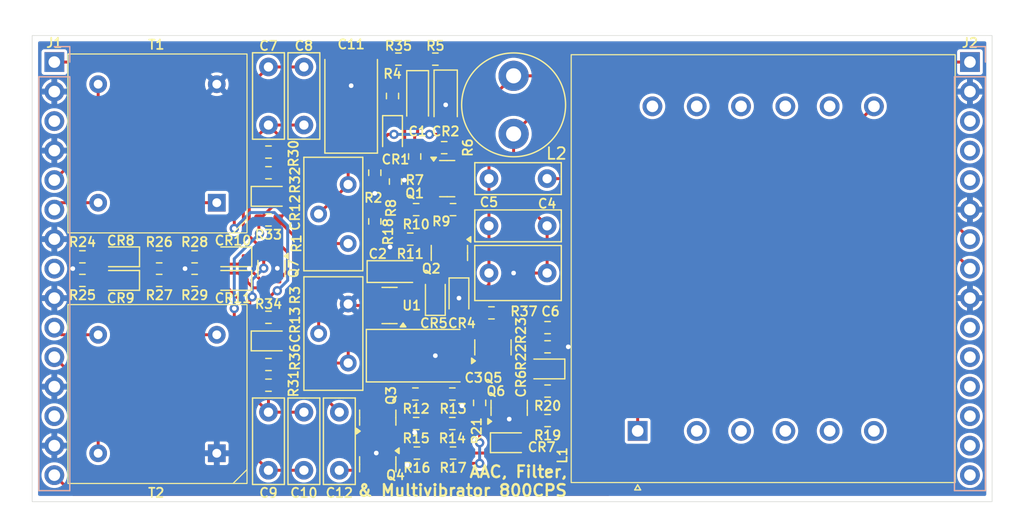
<source format=kicad_pcb>
(kicad_pcb (version 20241229) (generator "pcbnew") (generator_version "9.0")
  (layers (0 "F.Cu" signal) (2 "B.Cu" signal) (13 "F.Paste" user) (15 "B.Paste" user) (5 "F.SilkS" user "F.Silkscreen") (7 "B.SilkS" user "B.Silkscreen") (1 "F.Mask" user) (3 "B.Mask" user) (25 "Edge.Cuts" user))
  (net 0 "")
  (net 1 "Net-(CR1-K)")
  (net 2 "Net-(CR1-A)")
  (net 3 "GND")
  (net 4 "Net-(CR4-K)")
  (net 5 "Net-(CR5-K)")
  (net 6 "Net-(CR6-K)")
  (net 7 "Net-(CR6-A)")
  (net 8 "Net-(CR7-K)")
  (net 9 "Net-(CR8-K)")
  (net 10 "Net-(CR8-A)")
  (net 11 "Net-(CR9-A)")
  (net 12 "Net-(CR9-K)")
  (net 13 "Net-(CR10-A)")
  (net 14 "Net-(CR10-K)")
  (net 15 "Net-(CR11-A)")
  (net 16 "Net-(CR11-K)")
  (net 17 "Net-(CR12-A)")
  (net 18 "Net-(CR12-K)")
  (net 19 "Net-(CR13-A)")
  (net 20 "Net-(CR13-K)")
  (net 21 "Net-(Q1-E)")
  (net 22 "Net-(Q1-C)")
  (net 23 "Net-(Q1-B)")
  (net 24 "Net-(Q2-E)")
  (net 25 "Net-(Q3-E)")
  (net 26 "Net-(Q4-B)")
  (net 27 "Net-(Q4-C)")
  (net 28 "Net-(CR2-K)")
  (net 29 "Net-(U1-REF)")
  (net 30 "Net-(C12-Pad2)")
  (net 31 "Net-(C11-Pad1)")
  (net 32 "Net-(C4-Pad1)")
  (net 43 "Net-(L1-Pad1)")
  (net 44 "Net-(Q3-B)")
  (net 45 "Net-(U1-K)")
  (net 54 "+28V")
  (net 56 "/800SET_LO")
  (net 57 "/800SET_HI")
  (net 58 "/TEST_POINT")
  (net 59 "/800RST_HI")
  (net 60 "/800RST_LO")
  (net 62 "/FILTER_HI")
  (net 63 "/FILTER_LO")
  (net 64 "/FROM_AMP")
  (footprint "Capacitor_Tantalum_SMD:CP_EIA-7343-31_Kemet-D" (layer "F.Cu") (at 159.385 68.199 90)
    (property "Reference" "C11")
    (property "Value" "10uF")
  )
  (footprint "Resistor_SMD:R_0603_1608Metric" (layer "F.Cu") (at 163.195 75.057 90)
    (property "Reference" "R8")
    (property "Value" "33")
  )
  (footprint "Capacitor_Tantalum_SMD:CP_EIA-3216-18_Kemet-A" (layer "F.Cu") (at 163.068 82.804)
    (property "Reference" "C2")
    (property "Value" "0.22uF")
  )
  (footprint "Potentiometer_THT:Potentiometer_Bourns_3296Y_Vertical" (layer "F.Cu") (at 159.131 90.678 -90)
    (property "Reference" "R3")
    (property "Value" "10k")
  )
  (footprint "Capacitor_THT:C_Rect_L7.2mm_W2.5mm_P5.00mm_FKS2_FKP2_MKS2_MKP2" (layer "F.Cu") (at 176.236 74.803 180)
    (property "Reference" "C4")
    (property "Value" "0.027uF")
  )
  (footprint "Resistor_SMD:R_0603_1608Metric" (layer "F.Cu") (at 164.465 80.01 180)
    (property "Reference" "R11")
    (property "Value" "2200")
  )
  (footprint "Diode_SMD:D_SOD-123" (layer "F.Cu") (at 167.513 67.818 -90)
    (property "Reference" "CR2")
    (property "Value" "17V")
  )
  (footprint "Capacitor_THT:C_Rect_L7.2mm_W2.5mm_P5.00mm_FKS2_FKP2_MKS2_MKP2" (layer "F.Cu") (at 171.236 78.867)
    (property "Reference" "C5")
    (property "Value" "NOM")
  )
  (footprint "Diode_SMD:D_SOD-323" (layer "F.Cu") (at 176.149 91.186 180)
    (property "Reference" "CR6")
    (property "Value" "1N914B")
  )
  (footprint "Resistor_SMD:R_0603_1608Metric" (layer "F.Cu") (at 161.417 74.295 -90)
    (property "Reference" "R2")
    (property "Value" "NOM")
  )
  (footprint "Resistor_SMD:R_0603_1608Metric" (layer "F.Cu") (at 168.148 98.425 180)
    (property "Reference" "R17")
    (property "Value" "100k")
  )
  (footprint "Resistor_SMD:R_0603_1608Metric" (layer "F.Cu") (at 170.434 94.107 -90)
    (property "Reference" "R21")
    (property "Value" "51k")
  )
  (footprint "Package_TO_SOT_SMD:SOT-23" (layer "F.Cu") (at 167.64 74.803)
    (property "Reference" "Q1")
    (property "Value" "CMPT930")
  )
  (footprint "Resistor_SMD:R_0603_1608Metric" (layer "F.Cu") (at 145.923 83.566)
    (property "Reference" "R29")
    (property "Value" "47k")
  )
  (footprint "Capacitor_THT:C_Rect_L7.2mm_W4.5mm_P5.00mm_FKS2_FKP2_MKS2_MKP2" (layer "F.Cu") (at 171.236 82.931)
    (property "Reference" "C6")
    (property "Value" "0.68uF")
  )
  (footprint "Resistor_SMD:R_0603_1608Metric" (layer "F.Cu") (at 165.037 98.425 180)
    (property "Reference" "R16")
    (property "Value" "1000")
  )
  (footprint "Resistor_SMD:R_0603_1608Metric" (layer "F.Cu") (at 142.875 81.534 180)
    (property "Reference" "R26")
    (property "Value" "47k")
  )
  (footprint "Resistor_SMD:R_0603_1608Metric" (layer "F.Cu") (at 164.973 95.885 180)
    (property "Reference" "R15")
    (property "Value" "47k")
  )
  (footprint "Capacitor_THT:C_Rect_L7.2mm_W2.5mm_P5.00mm_FKS2_FKP2_MKS2_MKP2" (layer "F.Cu") (at 152.273 94.909 -90)
    (property "Reference" "C9")
    (property "Value" ".0033uF")
  )
  (footprint "Diode_SMD:D_SOD-323" (layer "F.Cu") (at 168.656 84.963 -90)
    (property "Reference" "CR4")
    (property "Value" "1N914B")
  )
  (footprint "Diode_SMD:D_SOD-323" (layer "F.Cu") (at 139.573 83.566 180)
    (property "Reference" "CR9")
    (property "Value" "1N914B")
  )
  (footprint "Package_TO_SOT_SMD:SOT-23" (layer "F.Cu") (at 172.974 94.5365 90)
    (property "Reference" "Q6")
    (property "Value" "CMPT930")
  )
  (footprint "Resistor_SMD:R_0603_1608Metric" (layer "F.Cu") (at 168.084 95.885 180)
    (property "Reference" "R14")
    (property "Value" "10k")
  )
  (footprint "Capacitor_THT:C_Rect_L7.2mm_W2.5mm_P5.00mm_FKS2_FKP2_MKS2_MKP2" (layer "F.Cu") (at 155.321 94.909 -90)
    (property "Reference" "C10")
    (property "Value" "NOM")
  )
  (footprint "Inductor_THT:L_Radial_D8.7mm_P5.00mm_Fastron_07HCP" (layer "F.Cu") (at 173.355 70.953 90)
    (property "Reference" "L2")
    (property "Value" "50mH")
  )
  (footprint "Diode_SMD:D_SOD-323" (layer "F.Cu") (at 152.4 88.773)
    (property "Reference" "CR13")
    (property "Value" "1N914B")
  )
  (footprint "Resistor_SMD:R_0603_1608Metric" (layer "F.Cu") (at 176.276 93.091)
    (property "Reference" "R20")
    (property "Value" "3000")
  )
  (footprint "Resistor_SMD:R_0603_1608Metric" (layer "F.Cu") (at 152.273 74.295 180)
    (property "Reference" "R32")
    (property "Value" "3320")
  )
  (footprint "Diode_SMD:D_SOD-323" (layer "F.Cu") (at 139.573 81.534 180)
    (property "Reference" "CR8")
    (property "Value" "1N914B")
  )
  (footprint "Resistor_SMD:R_0603_1608Metric" (layer "F.Cu") (at 136.271 81.534 180)
    (property "Reference" "R24")
    (property "Value" "1600")
  )
  (footprint "NetTie:NetTie-2_SMD_Pad0.5mm" (layer "F.Cu") (at 174.498 82.931)
    (property "Reference" "NT1" (hide yes))
    (property "Value" "NetTie_2" (hide yes))
  )
  (footprint "Package_TO_SOT_SMD:SOT-23" (layer "F.Cu") (at 162.687 85.725 180)
    (property "Reference" "U1")
    (property "Value" "TL431DBZ")
  )
  (footprint "Capacitor_THT:C_Rect_L7.2mm_W2.5mm_P5.00mm_FKS2_FKP2_MKS2_MKP2" (layer "F.Cu") (at 155.321 70.191 90)
    (property "Reference" "C8")
    (property "Value" ".0033uF")
  )
  (footprint "Resistor_SMD:R_0603_1608Metric" (layer "F.Cu") (at 164.973 77.47)
    (property "Reference" "R10")
    (property "Value" "1300")
  )
  (footprint "Diode_SMD:D_SOD-323" (layer "F.Cu") (at 149.225 83.566 180)
    (property "Reference" "CR11")
    (property "Value" "1N914B")
  )
  (footprint "Resistor_SMD:R_0603_1608Metric" (layer "F.Cu") (at 168.085 93.345)
    (property "Reference" "R13")
    (property "Value" "200k")
  )
  (footprint "Resistor_SMD:R_0603_1608Metric" (layer "F.Cu") (at 161.417 78.486 -90)
    (property "Reference" "R18")
    (property "Value" "6800")
  )
  (footprint "Resistor_SMD:R_0603_1608Metric" (layer "F.Cu") (at 152.273 90.805 180)
    (property "Reference" "R36")
    (property "Value" "3320")
  )
  (footprint "Resistor_SMD:R_0603_1608Metric" (layer "F.Cu") (at 166.624 64.516 180)
    (property "Reference" "R5")
    (property "Value" "2700")
  )
  (footprint "Capacitor_THT:C_Rect_L7.2mm_W2.5mm_P5.00mm_FKS2_FKP2_MKS2_MKP2" (layer "F.Cu") (at 152.273 70.191 90)
    (property "Reference" "C7")
    (property "Value" "NOM")
  )
  (footprint "Resistor_SMD:R_0603_1608Metric" (layer "F.Cu") (at 176.276 89.281)
    (property "Reference" "R22")
    (property "Value" "2000")
  )
  (footprint "Package_TO_SOT_SMD:SOT-23" (layer "F.Cu") (at 167.833 81.2015 -90)
    (property "Reference" "Q2")
    (property "Value" "CMPT930")
  )
  (footprint "Capacitor_Tantalum_SMD:CP_EIA-7343-31_Kemet-D" (layer "F.Cu") (at 165.1 90.043)
    (property "Reference" "C3")
    (property "Value" "22uF")
  )
  (footprint "Resistor_SMD:R_0603_1608Metric" (layer "F.Cu") (at 171.45 86.36)
    (property "Reference" "R37")
    (property "Value" "51k")
  )
  (footprint "Package_TO_SOT_SMD:SOT-23" (layer "F.Cu") (at 161.671 99.3925 -90)
    (property "Reference" "Q4")
    (property "Value" "CMPT930")
  )
  (footprint "Diode_SMD:D_SOD-323" (layer "F.Cu") (at 172.974 97.536)
    (property "Reference" "CR7")
    (property "Value" "1N914B")
  )
  (footprint "Resistor_SMD:R_0603_1608Metric" (layer "F.Cu") (at 152.273 86.741 180)
    (property "Reference" "R34")
    (property "Value" "68k")
  )
  (footprint "Resistor_SMD:R_0603_1608Metric" (layer "F.Cu") (at 176.276 95.631)
    (property "Reference" "R19")
    (property "Value" "2700")
  )
  (footprint "Resistor_SMD:R_0603_1608Metric" (layer "F.Cu") (at 142.875 83.566 180)
    (property "Reference" "R27")
    (property "Value" "47k")
  )
  (footprint "Diode_SMD:D_SOD-323" (layer "F.Cu") (at 149.225 81.534 180)
    (property "Reference" "CR10")
    (property "Value" "1N914B")
  )
  (footprint "cdu:SPT-179" (layer "F.Cu") (at 184.023 96.52)
    (property "Reference" "L1")
    (property "Value" "1.4H")
  )
  (footprint "Capacitor_Tantalum_SMD:CP_EIA-3216-18_Kemet-A" (layer "F.Cu") (at 165.1 67.818 -90)
    (property "Reference" "C1")
    (property "Value" "1uF")
  )
  (footprint "Diode_SMD:D_SOD-323" (layer "F.Cu") (at 162.941 70.993 -90)
    (property "Reference" "CR1")
    (property "Value" "1N914B")
  )
  (footprint "Diode_SMD:D_SOD-323" (layer "F.Cu") (at 152.4 76.327)
    (property "Reference" "CR12")
    (property "Value" "1N914B")
  )
  (footprint "Resistor_SMD:R_0603_1608Metric" (layer "F.Cu") (at 152.273 92.583 180)
    (property "Reference" "R31")
    (property "Value" "200k")
  )
  (footprint "Package_TO_SOT_SMD:SOT-23" (layer "F.Cu") (at 161.671 95.377 90)
    (property "Reference" "Q3")
    (property "Value" "CMPT930")
  )
  (footprint "Resistor_SMD:R_0603_1608Metric" (layer "F.Cu") (at 152.273 72.517)
    (property "Reference" "R30")
    (property "Value" "200k")
  )
  (footprint "Diode_SMD:D_SOD-323" (layer "F.Cu") (at 166.624 84.963 90)
    (property "Reference" "CR5")
    (property "Value" "1N914B")
  )
  (footprint "cdu:Vigortronix_VTX-111" (layer "F.Cu") (at 147.828 98.445 180)
    (property "Reference" "T2")
    (property "Value" "1:2")
  )
  (footprint "Capacitor_THT:C_Rect_L7.2mm_W2.5mm_P5.00mm_FKS2_FKP2_MKS2_MKP2" (layer "F.Cu") (at 158.369 94.909 -90)
    (property "Reference" "C12")
    (property "Value" "0.0033uF")
  )
  (footprint "Resistor_SMD:R_0603_1608Metric" (layer "F.Cu") (at 164.846 72.898 -90)
    (property "Reference" "R7")
    (property "Value" "15k")
  )
  (footprint "Potentiometer_THT:Potentiometer_Bourns_3296Y_Vertical" (layer "F.Cu") (at 159.126 80.391 -90)
    (property "Reference" "R1")
    (property "Value" "10k")
  )
  (footprint "Resistor_SMD:R_0603_1608Metric" (layer "F.Cu") (at 145.923 81.534 180)
    (property "Reference" "R28")
    (property "Value" "47k")
  )
  (footprint "Resistor_SMD:R_0603_1608Metric" (layer "F.Cu") (at 167.386 72.136 180)
    (property "Reference" "R6")
    (property "Value" "390k")
  )
  (footprint "Package_TO_SOT_SMD:SOT-363_SC-70-6" (layer "F.Cu") (at 152.527 82.55 -90)
    (property "Reference" "Q7")
    (property "Value" "BC847C")
  )
  (footprint "cdu:Vigortronix_VTX-111" (layer "F.Cu") (at 147.828 76.875 180)
    (property "Reference" "T1")
    (property "Value" "1:2")
  )
  (footprint "Resistor_SMD:R_0603_1608Metric" (layer "F.Cu") (at 163.449 64.516 180)
    (property "Reference" "R35")
    (property "Value" "510")
  )
  (footprint "Package_TO_SOT_SMD:SOT-23" (layer "F.Cu") (at 171.577 89.3295 90)
    (property "Reference" "Q5")
    (property "Value" "CMPT930")
  )
  (footprint "Resistor_SMD:R_0603_1608Metric" (layer "F.Cu") (at 164.91 93.345)
    (property "Reference" "R12")
    (property "Value" "390k")
  )
  (footprint "Resistor_SMD:R_0603_1608Metric" (layer "F.Cu") (at 176.276 87.63 180)
    (property "Reference" "R23")
    (property "Value" "1000")
  )
  (footprint "Resistor_SMD:R_0603_1608Metric" (layer "F.Cu") (at 168.148 77.47)
    (property "Reference" "R9")
    (property "Value" "6800")
  )
  (footprint "Resistor_SMD:R_0603_1608Metric" (layer "F.Cu") (at 162.941 67.691 -90)
    (property "Reference" "R4")
    (property "Value" "13k")
  )
  (footprint "Resistor_SMD:R_0603_1608Metric" (layer "F.Cu") (at 152.273 78.359 180)
    (property "Reference" "R33")
    (property "Value" "68k")
  )
  (footprint "Resistor_SMD:R_0603_1608Metric" (layer "F.Cu") (at 136.271 83.566)
    (property "Reference" "R25")
    (property "Value" "1600")
  )
  (footprint "Connector_PinHeader_2.54mm:PinHeader_1x15_P2.54mm_Vertical" (layer "B.Cu") (at 212.598 64.77 180)
    (property "Reference" "J2")
    (property "Value" "Conn_01x15")
  )
  (footprint "Connector_PinHeader_2.54mm:PinHeader_1x15_P2.54mm_Vertical" (layer "B.Cu") (at 133.858 64.77 180)
    (property "Reference" "J1")
    (property "Value" "Conn_01x15")
  )
  (gr_rect (start 131.953 62.484) (end 214.503 102.616) (stroke (width 0.05)) (fill no) (layer "Edge.Cuts"))
  (gr_text "AAC, Filter,\n& Multivibrator 800CPS" (at 178.054 102.235 0) (layer "F.SilkS") (effects (font (size 1 1) (thickness 0.2) (bold yes)) (justify right bottom)))
  (segment (start 163.052 68.516) (end 165.1 66.468) (width 0.254) (layer "F.Cu") (net 1))
  (segment (start 162.941 68.516) (end 163.052 68.516) (width 0.254) (layer "F.Cu") (net 1))
  (segment (start 162.941 69.893) (end 162.941 68.516) (width 0.254) (layer "F.Cu") (net 1))
  (segment (start 161.417 73.47) (end 159.956 73.47) (width 0.254) (layer "F.Cu") (net 2))
  (segment (start 161.417 73.343) (end 161.514 73.343) (width 0.254) (layer "F.Cu") (net 2))
  (segment (start 156.586 77.851) (end 159.126 75.311) (width 0.254) (layer "F.Cu") (net 2))
  (segment (start 161.514 73.47) (end 162.941 72.043) (width 0.254) (layer "F.Cu") (net 2))
  (segment (start 159.126 74.3) (end 159.126 75.311) (width 0.254) (layer "F.Cu") (net 2))
  (segment (start 159.956 73.47) (end 159.126 74.3) (width 0.254) (layer "F.Cu") (net 2))
  (segment (start 153.177 82.379471) (end 153.034663 82.521808) (width 0.254) (layer "F.Cu") (net 3))
  (segment (start 164.212 98.425) (end 164.212 99.44) (width 0.254) (layer "F.Cu") (net 3))
  (segment (start 145.098 81.534) (end 145.098 82.55) (width 0.254) (layer "F.Cu") (net 3))
  (segment (start 163.407498 80.01) (end 162.729749 80.687749) (width 0.254) (layer "F.Cu") (net 3))
  (segment (start 168.656 89.5995) (end 168.2125 90.043) (width 0.254) (layer "F.Cu") (net 3))
  (segment (start 164.846 74.041) (end 163.957 74.93) (width 0.254) (layer "F.Cu") (net 3))
  (segment (start 160.721 98.455) (end 161.514 98.455) (width 0.254) (layer "F.Cu") (net 3))
  (segment (start 161.7495 85.725) (end 159.258 85.725) (width 0.254) (layer "F.Cu") (net 3))
  (segment (start 168.656 86.013) (end 168.656 85.09) (width 0.254) (layer "F.Cu") (net 3))
  (segment (start 174.024 95.574) (end 173.924 95.474) (width 0.254) (layer "F.Cu") (net 3))
  (segment (start 168.2125 90.043) (end 166.624 90.043) (width 0.254) (layer "F.Cu") (net 3))
  (segment (start 145.098 82.55) (end 145.098 83.566) (width 0.254) (layer "F.Cu") (net 3))
  (segment (start 135.446 81.534) (end 135.446 82.55) (width 0.254) (layer "F.Cu") (net 3))
  (segment (start 164.148 95.885) (end 164.148 95.949) (width 0.254) (layer "F.Cu") (net 3))
  (segment (start 163.64 80.01) (end 163.407498 80.01) (width 0.254) (layer "F.Cu") (net 3))
  (segment (start 173.008 95.474) (end 172.978 95.504) (width 0.254) (layer "F.Cu") (net 3))
  (segment (start 161.514 98.455) (end 161.544 98.425) (width 0.254) (layer "F.Cu") (net 3))
  (segment (start 177.101 89.281) (end 178.054 89.281) (width 0.254) (layer "F.Cu") (net 3))
  (segment (start 164.212 99.44) (end 164.211 99.441) (width 0.254) (layer "F.Cu") (net 3))
  (segment (start 164.846 73.723) (end 164.846 74.041) (width 0.254) (layer "F.Cu") (net 3))
  (segment (start 174.024 97.536) (end 174.024 95.574) (width 0.254) (layer "F.Cu") (net 3))
  (segment (start 167.513 69.468) (end 167.513 68.453) (width 0.254) (layer "F.Cu") (net 3))
  (segment (start 151.877 83.5) (end 151.572 83.5) (width 0.254) (layer "F.Cu") (net 3))
  (segment (start 163.259 74.232) (end 163.957 74.93) (width 0.254) (layer "F.Cu") (net 3))
  (segment (start 159.385 65.0865) (end 159.385 66.802) (width 0.254) (layer "F.Cu") (net 3))
  (segment (start 168.91 93.345) (end 168.91 94.361) (width 0.254) (layer "F.Cu") (net 3))
  (segment (start 173.998 82.931) (end 173.355 82.931) (width 0.254) (layer "F.Cu") (net 3))
  (segment (start 159.258 85.725) (end 159.131 85.598) (width 0.254) (layer "F.Cu") (net 3))
  (segment (start 153.177 81.6) (end 153.177 82.379471) (width 0.254) (layer "F.Cu") (net 3))
  (segment (start 164.148 95.949) (end 164.846 96.647) (width 0.254) (layer "F.Cu") (net 3))
  (segment (start 163.195 74.232) (end 163.259 74.232) (width 0.254) (layer "F.Cu") (net 3))
  (segment (start 151.572 83.5) (end 150.622 82.55) (width 0.254) (layer "F.Cu") (net 3))
  (segment (start 173.924 95.474) (end 173.008 95.474) (width 0.254) (layer "F.Cu") (net 3))
  (segment (start 161.417 75.12) (end 161.417 76.073) (width 0.254) (layer "F.Cu") (net 3))
  (segment (start 135.446 82.55) (end 135.446 83.566) (width 0.254) (layer "F.Cu") (net 3))
  (via (at 172.978 95.504) (size 0.8) (drill 0.4) (layers "F.Cu" "B.Cu") (net 3))
  (via (at 153.034663 82.521808) (size 0.8) (drill 0.4) (layers "F.Cu" "B.Cu") (net 3))
  (via (at 162.729749 80.687749) (size 0.8) (drill 0.4) (layers "F.Cu" "B.Cu") (net 3))
  (via (at 173.355 82.931) (size 0.8) (drill 0.4) (layers "F.Cu" "B.Cu") (net 3))
  (via (at 161.544 98.425) (size 0.8) (drill 0.4) (layers "F.Cu" "B.Cu") (net 3))
  (via (at 168.91 94.361) (size 0.8) (drill 0.4) (layers "F.Cu" "B.Cu") (net 3))
  (via (at 163.957 74.93) (size 0.8) (drill 0.4) (layers "F.Cu" "B.Cu") (net 3))
  (via (at 167.513 68.453) (size 0.8) (drill 0.4) (layers "F.Cu" "B.Cu") (net 3))
  (via (at 135.446 82.55) (size 0.8) (drill 0.4) (layers "F.Cu" "B.Cu") (net 3))
  (via (at 164.846 96.647) (size 0.8) (drill 0.4) (layers "F.Cu" "B.Cu") (net 3))
  (via (at 145.098 82.55) (size 0.8) (drill 0.4) (layers "F.Cu" "B.Cu") (net 3))
  (via (at 178.054 89.281) (size 0.8) (drill 0.4) (layers "F.Cu" "B.Cu") (net 3))
  (via (at 168.656 85.09) (size 0.8) (drill 0.4) (layers "F.Cu" "B.Cu") (net 3))
  (via (at 150.622 82.55) (size 0.8) (drill 0.4) (layers "F.Cu" "B.Cu") (net 3))
  (via (at 161.417 76.073) (size 0.8) (drill 0.4) (layers "F.Cu" "B.Cu") (net 3))
  (via (at 164.211 99.441) (size 0.8) (drill 0.4) (layers "F.Cu" "B.Cu") (net 3))
  (via (at 159.385 66.802) (size 0.8) (drill 0.4) (layers "F.Cu" "B.Cu") (net 3))
  (via (at 166.624 90.043) (size 0.8) (drill 0.4) (layers "F.Cu" "B.Cu") (net 3))
  (segment (start 164.973 82.804) (end 164.418 82.804) (width 0.254) (layer "F.Cu") (net 4))
  (segment (start 165.527 83.913) (end 164.418 82.804) (width 0.254) (layer "F.Cu") (net 4))
  (segment (start 166.624 83.913) (end 165.527 83.913) (width 0.254) (layer "F.Cu") (net 4))
  (segment (start 166.624 83.863) (end 168.656 83.863) (width 0.254) (layer "F.Cu") (net 4))
  (segment (start 166.624 86.868) (end 165.735 87.757) (width 0.254) (layer "F.Cu") (net 5))
  (segment (start 165.735 87.757) (end 165.735 93.345) (width 0.254) (layer "F.Cu") (net 5))
  (segment (start 166.624 86.063) (end 166.624 86.868) (width 0.254) (layer "F.Cu") (net 5))
  (segment (start 165.735 93.345) (end 167.26 93.345) (width 0.254) (layer "F.Cu") (net 5))
  (segment (start 175.451 94.806) (end 174.244 93.599) (width 0.254) (layer "F.Cu") (net 6))
  (segment (start 175.451 95.631) (end 175.451 94.806) (width 0.254) (layer "F.Cu") (net 6))
  (segment (start 172.974 93.599) (end 172.466 93.599) (width 0.254) (layer "F.Cu") (net 6))
  (segment (start 175.451 94.806) (end 176.276 93.981) (width 0.254) (layer "F.Cu") (net 6))
  (segment (start 177.249 91.186) (end 176.276 92.159) (width 0.254) (layer "F.Cu") (net 6))
  (segment (start 174.244 93.599) (end 172.974 93.599) (width 0.254) (layer "F.Cu") (net 6))
  (segment (start 172.466 93.599) (end 170.627 91.76) (width 0.254) (layer "F.Cu") (net 6))
  (segment (start 177.249 91.186) (end 177.249 91.293) (width 0.254) (layer "F.Cu") (net 6))
  (segment (start 170.627 91.76) (end 170.627 90.267) (width 0.254) (layer "F.Cu") (net 6))
  (segment (start 176.276 93.981) (end 176.276 92.159) (width 0.254) (layer "F.Cu") (net 6))
  (segment (start 175.049 91.864) (end 175.451 92.266) (width 0.254) (layer "F.Cu") (net 7))
  (segment (start 172.527 91.501) (end 174.117 93.091) (width 0.254) (layer "F.Cu") (net 7))
  (segment (start 175.451 92.266) (end 175.451 93.091) (width 0.254) (layer "F.Cu") (net 7))
  (segment (start 175.049 91.186) (end 175.049 91.864) (width 0.254) (layer "F.Cu") (net 7))
  (segment (start 175.451 89.281) (end 175.451 87.63) (width 0.254) (layer "F.Cu") (net 7))
  (segment (start 172.527 90.267) (end 172.527 91.501) (width 0.254) (layer "F.Cu") (net 7))
  (segment (start 174.117 93.091) (end 175.451 93.091) (width 0.254) (layer "F.Cu") (net 7))
  (segment (start 175.049 90.508) (end 175.049 91.186) (width 0.254) (layer "F.Cu") (net 7))
  (segment (start 175.049 90.508) (end 175.451 90.106) (width 0.254) (layer "F.Cu") (net 7))
  (segment (start 175.451 90.106) (end 175.451 89.281) (width 0.254) (layer "F.Cu") (net 7))
  (segment (start 170.434 93.282) (end 170.752 93.282) (width 0.254) (layer "F.Cu") (net 8))
  (segment (start 171.924 97.536) (end 171.924 95.574) (width 0.254) (layer "F.Cu") (net 8))
  (segment (start 172.024 94.554) (end 172.024 95.474) (width 0.254) (layer "F.Cu") (net 8))
  (segment (start 170.752 93.282) (end 172.024 94.554) (width 0.254) (layer "F.Cu") (net 8))
  (segment (start 171.924 95.574) (end 172.024 95.474) (width 0.254) (layer "F.Cu") (net 8))
  (segment (start 140.673 81.534) (end 142.05 81.534) (width 0.254) (layer "F.Cu") (net 9))
  (segment (start 143.182 76.875) (end 147.828 76.875) (width 0.254) (layer "F.Cu") (net 10))
  (segment (start 138.523 81.534) (end 143.182 76.875) (width 0.254) (layer "F.Cu") (net 10))
  (segment (start 137.096 81.534) (end 138.473 81.534) (width 0.254) (layer "F.Cu") (net 10))
  (segment (start 143.152 88.245) (end 147.828 88.245) (width 0.254) (layer "F.Cu") (net 11))
  (segment (start 138.473 83.566) (end 143.152 88.245) (width 0.254) (layer "F.Cu") (net 11))
  (segment (start 137.096 83.566) (end 138.473 83.566) (width 0.254) (layer "F.Cu") (net 11))
  (segment (start 140.673 83.566) (end 142.05 83.566) (width 0.254) (layer "F.Cu") (net 12))
  (segment (start 155.321 70.191) (end 152.273 70.191) (width 0.254) (layer "F.Cu") (net 13))
  (segment (start 153.098 71.016) (end 152.273 70.191) (width 0.254) (layer "F.Cu") (net 13))
  (segment (start 150.114 79.545) (end 148.125 81.534) (width 0.254) (layer "F.Cu") (net 13))
  (segment (start 152.273 70.191) (end 150.114 72.35) (width 0.254) (layer "F.Cu") (net 13))
  (segment (start 153.098 72.517) (end 153.098 71.016) (width 0.254) (layer "F.Cu") (net 13))
  (segment (start 150.114 72.35) (end 150.114 79.545) (width 0.254) (layer "F.Cu") (net 13))
  (segment (start 143.7 81.534) (end 144.557 80.677) (width 0.254) (layer "F.Cu") (net 14))
  (segment (start 147.38 82.166) (end 146.748 81.534) (width 0.254) (layer "F.Cu") (net 14))
  (segment (start 150.966 80.893) (end 152.179422 80.893) (width 0.254) (layer "F.Cu") (net 14))
  (segment (start 150.325 81.534) (end 149.693 82.166) (width 0.254) (layer "F.Cu") (net 14))
  (segment (start 149.693 82.166) (end 147.38 82.166) (width 0.254) (layer "F.Cu") (net 14))
  (segment (start 145.891 80.677) (end 146.748 81.534) (width 0.254) (layer "F.Cu") (net 14))
  (segment (start 152.179422 80.893) (end 152.527 81.240578) (width 0.254) (layer "F.Cu") (net 14))
  (segment (start 144.557 80.677) (end 145.891 80.677) (width 0.254) (layer "F.Cu") (net 14))
  (segment (start 150.325 81.534) (end 150.966 80.893) (width 0.254) (layer "F.Cu") (net 14))
  (segment (start 152.527 81.240578) (end 152.527 81.6) (width 0.254) (layer "F.Cu") (net 14))
  (segment (start 148.125 83.566) (end 150.114 85.555) (width 0.254) (layer "F.Cu") (net 15))
  (segment (start 152.273 94.909) (end 155.321 94.909) (width 0.254) (layer "F.Cu") (net 15))
  (segment (start 152.273 94.909) (end 152.273 93.408) (width 0.254) (layer "F.Cu") (net 15))
  (segment (start 152.273 93.408) (end 153.098 92.583) (width 0.254) (layer "F.Cu") (net 15))
  (segment (start 150.114 92.75) (end 152.273 94.909) (width 0.254) (layer "F.Cu") (net 15))
  (segment (start 150.114 85.555) (end 150.114 92.75) (width 0.254) (layer "F.Cu") (net 15))
  (segment (start 145.891 84.423) (end 146.748 83.566) (width 0.254) (layer "F.Cu") (net 16))
  (segment (start 147.38 82.934) (end 149.693 82.934) (width 0.254) (layer "F.Cu") (net 16))
  (segment (start 144.557 84.423) (end 145.891 84.423) (width 0.254) (layer "F.Cu") (net 16))
  (segment (start 152.527 83.5) (end 152.527 83.859422) (width 0.254) (layer "F.Cu") (net 16))
  (segment (start 152.179422 84.207) (end 150.966 84.207) (width 0.254) (layer "F.Cu") (net 16))
  (segment (start 152.527 83.859422) (end 152.179422 84.207) (width 0.254) (layer "F.Cu") (net 16))
  (segment (start 146.748 83.566) (end 147.38 82.934) (width 0.254) (layer "F.Cu") (net 16))
  (segment (start 143.7 83.566) (end 144.557 84.423) (width 0.254) (layer "F.Cu") (net 16))
  (segment (start 149.693 82.934) (end 150.325 83.566) (width 0.254) (layer "F.Cu") (net 16))
  (segment (start 150.966 84.207) (end 150.325 83.566) (width 0.254) (layer "F.Cu") (net 16))
  (segment (start 151.468 78.359) (end 153.5 76.327) (width 0.254) (layer "F.Cu") (net 17))
  (segment (start 151.448 78.232) (end 151.468 78.232) (width 0.254) (layer "F.Cu") (net 17))
  (segment (start 151.448 78.359) (end 151.448 79.477498) (width 0.254) (layer "F.Cu") (net 17))
  (segment (start 152.273 99.909) (end 149.333 96.969) (width 0.254) (layer "F.Cu") (net 17))
  (segment (start 155.321 99.909) (end 152.273 99.909) (width 0.254) (layer "F.Cu") (net 17))
  (segment (start 149.333 96.969) (end 149.333 85.979) (width 0.254) (layer "F.Cu") (net 17))
  (segment (start 151.448 79.477498) (end 151.501251 79.530749) (width 0.254) (layer "F.Cu") (net 17))
  (via (at 151.501251 79.530749) (size 0.8) (drill 0.4) (layers "F.Cu" "B.Cu") (net 17))
  (via (at 149.333 85.979) (size 0.8) (drill 0.4) (layers "F.Cu" "B.Cu") (net 17))
  (segment (start 149.333 85.979) (end 149.333 81.699) (width 0.254) (layer "B.Cu") (net 17))
  (segment (start 149.333 81.699) (end 151.501251 79.530749) (width 0.254) (layer "B.Cu") (net 17))
  (segment (start 151.3 74.316) (end 151.448 74.168) (width 0.254) (layer "F.Cu") (net 18))
  (segment (start 151.35 76.327) (end 150.622 77.055) (width 0.254) (layer "F.Cu") (net 18))
  (segment (start 150.622 79.756) (end 151.25 80.384) (width 0.254) (layer "F.Cu") (net 18))
  (segment (start 153.155 80.384) (end 153.924 81.153) (width 0.254) (layer "F.Cu") (net 18))
  (segment (start 151.448 72.517) (end 151.448 74.295) (width 0.254) (layer "F.Cu") (net 18))
  (segment (start 153.924 82.753) (end 153.177 83.5) (width 0.254) (layer "F.Cu") (net 18))
  (segment (start 151.3 76.327) (end 151.3 74.443) (width 0.254) (layer "F.Cu") (net 18))
  (segment (start 153.924 81.153) (end 153.924 82.753) (width 0.254) (layer "F.Cu") (net 18))
  (segment (start 150.622 77.055) (end 150.622 79.756) (width 0.254) (layer "F.Cu") (net 18))
  (segment (start 151.25 80.384) (end 153.155 80.384) (width 0.254) (layer "F.Cu") (net 18))
  (segment (start 153.5 88.773) (end 153.48 88.773) (width 0.254) (layer "F.Cu") (net 19))
  (segment (start 152.907538 84.455462) (end 153.035462 84.455462) (width 0.254) (layer "F.Cu") (net 19))
  (segment (start 149.333 79.098249) (end 149.333 68.131) (width 0.254) (layer "F.Cu") (net 19))
  (segment (start 151.448 85.915) (end 152.907538 84.455462) (width 0.254) (layer "F.Cu") (net 19))
  (segment (start 151.448 86.741) (end 151.448 85.915) (width 0.254) (layer "F.Cu") (net 19))
  (segment (start 149.333 68.131) (end 152.273 65.191) (width 0.254) (layer "F.Cu") (net 19))
  (segment (start 153.48 88.773) (end 151.448 86.741) (width 0.254) (layer "F.Cu") (net 19))
  (segment (start 152.273 65.191) (end 155.321 65.191) (width 0.254) (layer "F.Cu") (net 19))
  (via (at 149.333 79.098249) (size 0.8) (drill 0.4) (layers "F.Cu" "B.Cu") (net 19))
  (via (at 153.035462 84.455462) (size 0.8) (drill 0.4) (layers "F.Cu" "B.Cu") (net 19))
  (segment (start 150.707249 77.724) (end 152.781 77.724) (width 0.254) (layer "B.Cu") (net 19))
  (segment (start 153.924 83.566924) (end 153.924 78.867) (width 0.254) (layer "B.Cu") (net 19))
  (segment (start 153.035462 84.455462) (end 153.924 83.566924) (width 0.254) (layer "B.Cu") (net 19))
  (segment (start 152.781 77.724) (end 153.924 78.867) (width 0.254) (layer "B.Cu") (net 19))
  (segment (start 149.333 79.098249) (end 150.707249 77.724) (width 0.254) (layer "B.Cu") (net 19))
  (segment (start 150.666 88.089) (end 150.666 86.219386) (width 0.254) (layer "F.Cu") (net 20))
  (segment (start 152.305 91.662) (end 152.305 91.726) (width 0.254) (layer "F.Cu") (net 20))
  (segment (start 151.86512 82.521) (end 151.86512 81.61188) (width 0.254) (layer "F.Cu") (net 20))
  (segment (start 150.666 86.219386) (end 150.666 85.1902) (width 0.254) (layer "F.Cu") (net 20))
  (segment (start 151.86512 81.61188) (end 151.877 81.6) (width 0.254) (layer "F.Cu") (net 20))
  (segment (start 151.35 88.773) (end 151.35 90.707) (width 0.254) (layer "F.Cu") (net 20))
  (segment (start 155.122 91.662) (end 152.305 91.662) (width 0.254) (layer "F.Cu") (net 20))
  (segment (start 150.666 85.1902) (end 150.873676 84.982524) (width 0.254) (layer "F.Cu") (net 20))
  (segment (start 151.35 90.707) (end 151.448 90.805) (width 0.254) (layer "F.Cu") (net 20))
  (segment (start 152.305 91.662) (end 151.448 90.805) (width 0.254) (layer "F.Cu") (net 20))
  (segment (start 158.369 94.909) (end 155.122 91.662) (width 0.254) (layer "F.Cu") (net 20))
  (segment (start 151.35 88.773) (end 150.666 88.089) (width 0.254) (layer "F.Cu") (net 20))
  (segment (start 152.305 91.726) (end 151.448 92.583) (width 0.254) (layer "F.Cu") (net 20))
  (via (at 150.873676 84.982524) (size 0.8) (drill 0.4) (layers "F.Cu" "B.Cu") (net 20))
  (via (at 151.86512 82.521) (size 0.8) (drill 0.4) (layers "F.Cu" "B.Cu") (net 20))
  (segment (start 150.873676 84.982524) (end 150.873676 83.512444) (width 0.254) (layer "B.Cu") (net 20))
  (segment (start 151.892 82.54788) (end 151.86512 82.521) (width 0.254) (layer "B.Cu") (net 20))
  (segment (start 150.873676 83.512444) (end 151.86512 82.521) (width 0.254) (layer "B.Cu") (net 20))
  (segment (start 164.15 75.753) (end 164.021 75.882) (width 0.254) (layer "F.Cu") (net 21))
  (segment (start 166.7025 75.753) (end 164.15 75.753) (width 0.254) (layer "F.Cu") (net 21))
  (segment (start 164.021 75.882) (end 163.195 75.882) (width 0.254) (layer "F.Cu") (net 21))
  (segment (start 168.973 76.009) (end 168.5775 75.6135) (width 0.254) (layer "F.Cu") (net 22))
  (segment (start 168.5775 74.3435) (end 168.211 73.977) (width 0.254) (layer "F.Cu") (net 22))
  (segment (start 168.783 79.121) (end 168.973 78.931) (width 0.254) (layer "F.Cu") (net 22))
  (segment (start 168.973 78.931) (end 168.973 77.47) (width 0.254) (layer "F.Cu") (net 22))
  (segment (start 168.5775 75.6135) (end 168.5775 74.803) (width 0.254) (layer "F.Cu") (net 22))
  (segment (start 168.5775 74.803) (end 168.5775 74.3435) (width 0.254) (layer "F.Cu") (net 22))
  (segment (start 168.973 77.47) (end 168.973 76.009) (width 0.254) (layer "F.Cu") (net 22))
  (segment (start 168.783 80.264) (end 168.783 79.121) (width 0.254) (layer "F.Cu") (net 22))
  (segment (start 168.211 73.977) (end 168.211 72.136) (width 0.254) (layer "F.Cu") (net 22))
  (segment (start 164.846 71.12) (end 165.1 70.866) (width 0.254) (layer "F.Cu") (net 23))
  (segment (start 166.561 73.7115) (end 166.7025 73.853) (width 0.254) (layer "F.Cu") (net 23))
  (segment (start 166.498 72.073) (end 166.561 72.136) (width 0.254) (layer "F.Cu") (net 23))
  (segment (start 164.846 72.073) (end 166.498 72.073) (width 0.254) (layer "F.Cu") (net 23))
  (segment (start 166.561 72.136) (end 166.561 73.7115) (width 0.254) (layer "F.Cu") (net 23))
  (segment (start 164.846 72.073) (end 164.846 71.12) (width 0.254) (layer "F.Cu") (net 23))
  (segment (start 165.1 70.866) (end 165.1 69.168) (width 0.254) (layer "F.Cu") (net 23))
  (segment (start 166.629 80.01) (end 166.883 80.264) (width 0.254) (layer "F.Cu") (net 24))
  (segment (start 165.29 79.883) (end 165.29 80.201) (width 0.254) (layer "F.Cu") (net 24))
  (segment (start 165.29 80.328) (end 164.465 81.153) (width 0.254) (layer "F.Cu") (net 24))
  (segment (start 163.369 81.153) (end 161.718 82.804) (width 0.254) (layer "F.Cu") (net 24))
  (segment (start 165.29 80.01) (end 166.629 80.01) (width 0.254) (layer "F.Cu") (net 24))
  (segment (start 164.465 81.153) (end 163.369 81.153) (width 0.254) (layer "F.Cu") (net 24))
  (segment (start 162.621 95.443) (end 163.068 94.996) (width 0.254) (layer "F.Cu") (net 25))
  (segment (start 163.068 94.996) (end 164.909 94.996) (width 0.254) (layer "F.Cu") (net 25))
  (segment (start 164.909 94.996) (end 165.798 95.885) (width 0.254) (layer "F.Cu") (net 25))
  (segment (start 162.621 96.3145) (end 162.621 95.443) (width 0.254) (layer "F.Cu") (net 25))
  (segment (start 167.259 95.885) (end 165.798 95.885) (width 0.254) (layer "F.Cu") (net 25))
  (segment (start 163.508 97.568) (end 162.621 98.455) (width 0.254) (layer "F.Cu") (net 26))
  (segment (start 165.005 97.568) (end 163.508 97.568) (width 0.254) (layer "F.Cu") (net 26))
  (segment (start 167.323 98.425) (end 165.862 98.425) (width 0.254) (layer "F.Cu") (net 26))
  (segment (start 168.909 95.885) (end 168.909 96.839) (width 0.254) (layer "F.Cu") (net 26))
  (segment (start 165.862 98.425) (end 165.005 97.568) (width 0.254) (layer "F.Cu") (net 26))
  (segment (start 168.909 96.839) (end 167.323 98.425) (width 0.254) (layer "F.Cu") (net 26))
  (segment (start 159.639 99.314) (end 159.639 94.064834) (width 0.254) (layer "F.Cu") (net 27))
  (segment (start 159.046166 93.472) (end 157.861 93.472) (width 0.254) (layer "F.Cu") (net 27))
  (segment (start 160.401 80.85633) (end 160.401 78.677) (width 0.254) (layer "F.Cu") (net 27))
  (segment (start 159.639 94.064834) (end 159.046166 93.472) (width 0.254) (layer "F.Cu") (net 27))
  (segment (start 174.307 98.425) (end 168.973 98.425) (width 0.254) (layer "F.Cu") (net 27))
  (segment (start 154.686 86.57133) (end 160.401 80.85633) (width 0.254) (layer "F.Cu") (net 27))
  (segment (start 154.686 90.297) (end 154.686 86.57133) (width 0.254) (layer "F.Cu") (net 27))
  (segment (start 161.671 100.33) (end 160.655 100.33) (width 0.254) (layer "F.Cu") (net 27))
  (segment (start 160.655 100.33) (end 159.639 99.314) (width 0.254) (layer "F.Cu") (net 27))
  (segment (start 160.401 78.677) (end 161.417 77.661) (width 0.254) (layer "F.Cu") (net 27))
  (segment (start 161.671 100.33) (end 167.068 100.33) (width 0.254) (layer "F.Cu") (net 27))
  (segment (start 167.068 100.33) (end 168.973 98.425) (width 0.254) (layer "F.Cu") (net 27))
  (segment (start 157.861 93.472) (end 154.686 90.297) (width 0.254) (layer "F.Cu") (net 27))
  (segment (start 177.101 93.091) (end 177.101 95.631) (width 0.254) (layer "F.Cu") (net 27))
  (segment (start 177.101 95.631) (end 174.307 98.425) (width 0.254) (layer "F.Cu") (net 27))
  (segment (start 165.861 64.516) (end 167.513 66.168) (width 0.254) (layer "F.Cu") (net 28))
  (segment (start 163.722 65.386) (end 162.941 66.167) (width 0.254) (layer "F.Cu") (net 28))
  (segment (start 164.929 65.386) (end 163.722 65.386) (width 0.254) (layer "F.Cu") (net 28))
  (segment (start 162.941 66.167) (end 162.941 66.866) (width 0.254) (layer "F.Cu") (net 28))
  (segment (start 165.799 64.516) (end 165.861 64.516) (width 0.254) (layer "F.Cu") (net 28))
  (segment (start 165.799 64.516) (end 164.929 65.386) (width 0.254) (layer "F.Cu") (net 28))
  (segment (start 156.591 86.233) (end 158.496 84.328) (width 0.254) (layer "F.Cu") (net 29))
  (segment (start 158.496 84.328) (end 160.274 84.328) (width 0.254) (layer "F.Cu") (net 29))
  (segment (start 160.274 84.328) (end 160.721 84.775) (width 0.254) (layer "F.Cu") (net 29))
  (segment (start 160.721 84.775) (end 163.6245 84.775) (width 0.254) (layer "F.Cu") (net 29))
  (segment (start 156.591 88.138) (end 156.591 86.233) (width 0.254) (layer "F.Cu") (net 29))
  (segment (start 170.434 97.536) (end 170.434 94.932) (width 0.254) (layer "F.Cu") (net 30))
  (segment (start 159.514166 99.909) (end 158.369 99.909) (width 0.254) (layer "F.Cu") (net 30))
  (segment (start 161.078165 101.473) (end 159.514166 99.909) (width 0.254) (layer "F.Cu") (net 30))
  (segment (start 162.686 100.839) (end 162.052 101.473) (width 0.254) (layer "F.Cu") (net 30))
  (segment (start 162.052 101.473) (end 161.078165 101.473) (width 0.254) (layer "F.Cu") (net 30))
  (segment (start 170.434 99.314) (end 169.037 99.314) (width 0.254) (layer "F.Cu") (net 30))
  (segment (start 167.512 100.839) (end 162.686 100.839) (width 0.254) (layer "F.Cu") (net 30))
  (segment (start 169.037 99.314) (end 167.512 100.839) (width 0.254) (layer "F.Cu") (net 30))
  (via (at 170.434 97.536) (size 0.8) (drill 0.4) (layers "F.Cu" "B.Cu") (net 30))
  (via (at 170.434 99.314) (size 0.8) (drill 0.4) (layers "F.Cu" "B.Cu") (net 30))
  (segment (start 170.434 99.314) (end 170.434 97.536) (width 0.254) (layer "B.Cu") (net 30))
  (segment (start 153.098 78.359) (end 154.132 77.325) (width 0.254) (layer "F.Cu") (net 31))
  (segment (start 162.179 64.516) (end 162.624 64.516) (width 0.254) (layer "F.Cu") (net 31))
  (segment (start 162.624 64.706) (end 162.624 64.516) (width 0.254) (layer "F.Cu") (net 31))
  (segment (start 154.433 79.694) (end 153.098 78.359) (width 0.254) (layer "F.Cu") (net 31))
  (segment (start 157.353 71.755) (end 157.7965 71.3115) (width 0.254) (layer "F.Cu") (net 31))
  (segment (start 153.098 74.295) (end 155.638 71.755) (width 0.254) (layer "F.Cu") (net 31))
  (segment (start 154.132 87.775) (end 154.132 89.771) (width 0.254) (layer "F.Cu") (net 31))
  (segment (start 159.385 71.3115) (end 159.385 69.85) (width 0.254) (layer "F.Cu") (net 31))
  (segment (start 154.132 75.329) (end 153.098 74.295) (width 0.254) (layer "F.Cu") (net 31))
  (segment (start 153.098 86.741) (end 154.132 87.775) (width 0.254) (layer "F.Cu") (net 31))
  (segment (start 155.638 71.755) (end 157.353 71.755) (width 0.254) (layer "F.Cu") (net 31))
  (segment (start 154.132 77.325) (end 154.132 75.329) (width 0.254) (layer "F.Cu") (net 31))
  (segment (start 154.132 89.771) (end 153.098 90.805) (width 0.254) (layer "F.Cu") (net 31))
  (segment (start 154.433 84.2) (end 154.433 79.694) (width 0.254) (layer "F.Cu") (net 31))
  (segment (start 161.29 67.945) (end 161.29 65.405) (width 0.254) (layer "F.Cu") (net 31))
  (segment (start 159.385 69.85) (end 161.29 67.945) (width 0.254) (layer "F.Cu") (net 31))
  (segment (start 153.098 74.168) (end 153.098 73.978) (width 0.254) (layer "F.Cu") (net 31))
  (segment (start 161.29 65.405) (end 162.179 64.516) (width 0.254) (layer "F.Cu") (net 31))
  (segment (start 153.098 86.741) (end 153.098 85.535) (width 0.254) (layer "F.Cu") (net 31))
  (segment (start 157.7965 71.3115) (end 159.385 71.3115) (width 0.254) (layer "F.Cu") (net 31))
  (segment (start 153.098 85.535) (end 154.433 84.2) (width 0.254) (layer "F.Cu") (net 31))
  (segment (start 176.236 74.803) (end 198.12 74.803) (width 0.254) (layer "F.Cu") (net 32))
  (segment (start 198.12 74.803) (end 204.343 68.58) (width 0.254) (layer "F.Cu") (net 32))
  (segment (start 184.023 96.52) (end 184.023 92.075) (width 0.254) (layer "F.Cu") (net 43))
  (segment (start 179.578 87.63) (end 184.023 92.075) (width 0.254) (layer "F.Cu") (net 43))
  (segment (start 177.101 87.63) (end 179.578 87.63) (width 0.254) (layer "F.Cu") (net 43))
  (segment (start 161.9875 92.2645) (end 161.9875 90.043) (width 0.254) (layer "F.Cu") (net 44))
  (segment (start 160.721 93.531) (end 160.721 96.3145) (width 0.254) (layer "F.Cu") (net 44))
  (segment (start 161.9875 92.2645) (end 160.721 93.531) (width 0.254) (layer "F.Cu") (net 44))
  (segment (start 163.068 93.345) (end 161.9875 92.2645) (width 0.254) (layer "F.Cu") (net 44))
  (segment (start 164.085 93.345) (end 163.068 93.345) (width 0.254) (layer "F.Cu") (net 44))
  (segment (start 163.195 78.613) (end 164.655 78.613) (width 0.254) (layer "F.Cu") (net 45))
  (segment (start 164.655 78.613) (end 165.798 77.47) (width 0.254) (layer "F.Cu") (net 45))
  (segment (start 156.845 90.678) (end 155.321 89.154) (width 0.254) (layer "F.Cu") (net 45))
  (segment (start 159.131 88.011) (end 159.131 90.678) (width 0.254) (layer "F.Cu") (net 45))
  (segment (start 161.417 79.311) (end 162.497 79.311) (width 0.254) (layer "F.Cu") (net 45))
  (segment (start 165.798 77.47) (end 165.798 77.534) (width 0.254) (layer "F.Cu") (net 45))
  (segment (start 161.417 80.687166) (end 161.417 79.311) (width 0.254) (layer "F.Cu") (net 45))
  (segment (start 159.131 90.678) (end 156.845 90.678) (width 0.254) (layer "F.Cu") (net 45))
  (segment (start 160.467 86.675) (end 159.131 88.011) (width 0.254) (layer "F.Cu") (net 45))
  (segment (start 162.497 79.311) (end 163.195 78.613) (width 0.254) (layer "F.Cu") (net 45))
  (segment (start 155.321 89.154) (end 155.321 86.783165) (width 0.254) (layer "F.Cu") (net 45))
  (segment (start 167.323 77.47) (end 165.798 77.47) (width 0.254) (layer "F.Cu") (net 45))
  (segment (start 155.321 86.783165) (end 161.417 80.687166) (width 0.254) (layer "F.Cu") (net 45))
  (segment (start 163.6245 86.675) (end 160.467 86.675) (width 0.254) (layer "F.Cu") (net 45))
  (segment (start 150.368 64.77) (end 151.479 63.659) (width 0.254) (layer "F.Cu") (net 54))
  (segment (start 168.128 93.780614) (end 168.128 92.823386) (width 0.254) (layer "F.Cu") (net 54))
  (segment (start 168.132999 82.139) (end 169.799 83.805001) (width 0.254) (layer "F.Cu") (net 54))
  (segment (start 169.799 86.233) (end 169.819 86.253) (width 0.254) (layer "F.Cu") (net 54))
  (segment (start 162.338 73.785386) (end 163.989 72.134386) (width 0.254) (layer "F.Cu") (net 54))
  (segment (start 167.595662 67.55) (end 168.495 66.650662) (width 0.254) (layer "F.Cu") (net 54))
  (segment (start 163.417 63.659) (end 164.274 64.516) (width 0.254) (layer "F.Cu") (net 54))
  (segment (start 168.128 92.823386) (end 169.251386 91.7) (width 0.254) (layer "F.Cu") (net 54))
  (segment (start 165.005 76.613) (end 164.148 77.47) (width 0.254) (layer "F.Cu") (net 54))
  (segment (start 167.469114 94.4395) (end 168.128 93.780614) (width 0.254) (layer "F.Cu") (net 54))
  (segment (start 161.671 94.4395) (end 167.469114 94.4395) (width 0.254) (layer "F.Cu") (net 54))
  (segment (start 169.819 86.253) (end 169.819 87.396) (width 0.254) (layer "F.Cu") (net 54))
  (segment (start 169.26871 91.7) (end 169.672 91.29671) (width 0.254) (layer "F.Cu") (net 54))
  (segment (start 169.251386 91.7) (end 169.26871 91.7) (width 0.254) (layer "F.Cu") (net 54))
  (segment (start 168.105 78.021) (end 168.105 76.948386) (width 0.254) (layer "F.Cu") (net 54))
  (segment (start 133.858 64.77) (end 150.368 64.77) (width 0.254) (layer "F.Cu") (net 54))
  (segment (start 169.799 83.805001) (end 169.799 86.233) (width 0.254) (layer "F.Cu") (net 54))
  (segment (start 168.105 78.021) (end 167.833 78.293) (width 0.254) (layer "F.Cu") (net 54))
  (segment (start 162.338 76.328614) (end 162.338 73.785386) (width 0.254) (layer "F.Cu") (net 54))
  (segment (start 167.833 82.139) (end 168.132999 82.139) (width 0.254) (layer "F.Cu") (net 54))
  (segment (start 163.989 72.134386) (end 163.989 68.421) (width 0.254) (layer "F.Cu") (net 54))
  (segment (start 169.672 89.535) (end 170.815 88.392) (width 0.254) (layer "F.Cu") (net 54))
  (segment (start 151.479 63.659) (end 163.417 63.659) (width 0.254) (layer "F.Cu") (net 54))
  (segment (start 167.833 78.293) (end 167.833 82.139) (width 0.254) (layer "F.Cu") (net 54))
  (segment (start 167.769614 76.613) (end 165.005 76.613) (width 0.254) (layer "F.Cu") (net 54))
  (segment (start 166.592 63.659) (end 167.449 64.516) (width 0.254) (layer "F.Cu") (net 54))
  (segment (start 169.672 91.29671) (end 169.672 89.535) (width 0.254) (layer "F.Cu") (net 54))
  (segment (start 164.148 77.47) (end 163.479386 77.47) (width 0.254) (layer "F.Cu") (net 54))
  (segment (start 168.495 66.523662) (end 168.495 65.435) (width 0.254) (layer "F.Cu") (net 54))
  (segment (start 163.989 68.421) (end 164.86 67.55) (width 0.254) (layer "F.Cu") (net 54))
  (segment (start 168.495 65.562) (end 167.449 64.516) (width 0.254) (layer "F.Cu") (net 54))
  (segment (start 163.479386 77.47) (end 162.338 76.328614) (width 0.254) (layer "F.Cu") (net 54))
  (segment (start 165.131 63.659) (end 166.592 63.659) (width 0.254) (layer "F.Cu") (net 54))
  (segment (start 168.105 76.948386) (end 167.769614 76.613) (width 0.254) (layer "F.Cu") (net 54))
  (segment (start 170.815 88.392) (end 171.577 88.392) (width 0.254) (layer "F.Cu") (net 54))
  (segment (start 169.819 87.396) (end 170.815 88.392) (width 0.254) (layer "F.Cu") (net 54))
  (segment (start 164.86 67.55) (end 167.595662 67.55) (width 0.254) (layer "F.Cu") (net 54))
  (segment (start 164.274 64.516) (end 165.131 63.659) (width 0.254) (layer "F.Cu") (net 54))
  (segment (start 137.628 71.16) (end 133.858 74.93) (width 0.254) (layer "F.Cu") (net 56))
  (segment (start 137.628 66.675) (end 137.628 71.16) (width 0.254) (layer "F.Cu") (net 56))
  (segment (start 134.453 76.875) (end 133.858 77.47) (width 0.254) (layer "F.Cu") (net 57))
  (segment (start 137.628 76.875) (end 134.453 76.875) (width 0.254) (layer "F.Cu") (net 57))
  (segment (start 172.275 86.36) (end 179.578 86.36) (width 0.254) (layer "F.Cu") (net 58))
  (segment (start 179.578 86.36) (end 185.801 92.583) (width 0.254) (layer "F.Cu") (net 58))
  (segment (start 185.801 92.583) (end 185.801 97.663) (width 0.254) (layer "F.Cu") (net 58))
  (segment (start 181.482 101.982) (end 135.51 101.982) (width 0.254) (layer "F.Cu") (net 58))
  (segment (start 185.801 97.663) (end 181.482 101.982) (width 0.254) (layer "F.Cu") (net 58))
  (segment (start 135.51 101.982) (end 133.858 100.33) (width 0.254) (layer "F.Cu") (net 58))
  (segment (start 137.628 88.245) (end 134.473 88.245) (width 0.254) (layer "F.Cu") (net 59))
  (segment (start 134.473 88.245) (end 133.858 87.63) (width 0.254) (layer "F.Cu") (net 59))
  (segment (start 137.628 93.94) (end 133.858 90.17) (width 0.254) (layer "F.Cu") (net 60))
  (segment (start 137.628 98.445) (end 137.628 93.94) (width 0.254) (layer "F.Cu") (net 60))
  (segment (start 210.312 70.612) (end 210.312 77.724) (width 0.254) (layer "F.Cu") (net 62))
  (segment (start 173.355 65.953) (end 171.236 68.072) (width 0.254) (layer "F.Cu") (net 62))
  (segment (start 173.355 65.953) (end 205.653 65.953) (width 0.254) (layer "F.Cu") (net 62))
  (segment (start 171.236 82.931) (end 171.236 83.907) (width 0.254) (layer "F.Cu") (net 62))
  (segment (start 171.236 74.803) (end 171.236 78.867) (width 0.254) (layer "F.Cu") (net 62))
  (segment (start 171.236 78.867) (end 171.236 82.931) (width 0.254) (layer "F.Cu") (net 62))
  (segment (start 171.236 83.907) (end 170.625 84.518) (width 0.254) (layer "F.Cu") (net 62))
  (segment (start 171.236 68.072) (end 171.236 74.803) (width 0.254) (layer "F.Cu") (net 62))
  (segment (start 170.625 84.518) (end 170.625 86.36) (width 0.254) (layer "F.Cu") (net 62))
  (segment (start 205.653 65.953) (end 210.312 70.612) (width 0.254) (layer "F.Cu") (net 62))
  (segment (start 210.312 77.724) (end 212.598 80.01) (width 0.254) (layer "F.Cu") (net 62))
  (segment (start 205.105 66.929) (end 209.423 71.247) (width 0.254) (layer "F.Cu") (net 63))
  (segment (start 174.998 82.931) (end 176.236 82.931) (width 0.254) (layer "F.Cu") (net 63))
  (segment (start 177.379 66.929) (end 205.105 66.929) (width 0.254) (layer "F.Cu") (net 63))
  (segment (start 173.355 75.986) (end 173.355 70.953) (width 0.254) (layer "F.Cu") (net 63))
  (segment (start 176.236 78.867) (end 173.355 75.986) (width 0.254) (layer "F.Cu") (net 63))
  (segment (start 173.355 70.953) (end 177.379 66.929) (width 0.254) (layer "F.Cu") (net 63))
  (segment (start 209.423 71.247) (end 209.423 79.375) (width 0.254) (layer "F.Cu") (net 63))
  (segment (start 176.236 82.931) (end 176.236 78.867) (width 0.254) (layer "F.Cu") (net 63))
  (segment (start 209.423 79.375) (end 212.598 82.55) (width 0.254) (layer "F.Cu") (net 63))
  (segment (start 155.321 76.962) (end 158.75 73.533) (width 0.254) (layer "F.Cu") (net 64))
  (segment (start 170.307 66.04) (end 172.212 64.135) (width 0.254) (layer "F.Cu") (net 64))
  (segment (start 155.321 78.74) (end 155.321 77.343) (width 0.254) (layer "F.Cu") (net 64))
  (segment (start 156.972 80.391) (end 155.829 79.248) (width 0.254) (layer "F.Cu") (net 64))
  (segment (start 158.75 73.533) (end 159.552 72.731) (width 0.254) (layer "F.Cu") (net 64))
  (segment (start 167.452662 70.993) (end 170.307 68.138662) (width 0.254) (layer "F.Cu") (net 64))
  (segment (start 172.212 64.135) (end 174.371 64.135) (width 0.254) (layer "F.Cu") (net 64))
  (segment (start 166.116 70.993) (end 167.452662 70.993) (width 0.254) (layer "F.Cu") (net 64))
  (segment (start 170.307 68.138662) (end 170.307 66.04) (width 0.254) (layer "F.Cu") (net 64))
  (segment (start 174.371 64.135) (end 175.006 64.77) (width 0.254) (layer "F.Cu") (net 64))
  (segment (start 160.822 72.731) (end 161.29 72.263) (width 0.254) (layer "F.Cu") (net 64))
  (segment (start 159.552 72.731) (end 160.822 72.731) (width 0.254) (layer "F.Cu") (net 64))
  (segment (start 159.126 80.391) (end 156.972 80.391) (width 0.254) (layer "F.Cu") (net 64))
  (segment (start 161.29 72.263) (end 162.56 70.993) (width 0.254) (layer "F.Cu") (net 64))
  (segment (start 175.006 64.77) (end 212.598 64.77) (width 0.254) (layer "F.Cu") (net 64))
  (segment (start 155.829 79.248) (end 155.321 78.74) (width 0.254) (layer "F.Cu") (net 64))
  (segment (start 155.321 77.343) (end 155.321 76.962) (width 0.254) (layer "F.Cu") (net 64))
  (segment (start 162.56 70.993) (end 163.068 70.993) (width 0.254) (layer "F.Cu") (net 64))
  (via (at 163.068 70.993) (size 0.8) (drill 0.4) (layers "F.Cu" "B.Cu") (net 64))
  (via (at 166.116 70.993) (size 0.8) (drill 0.4) (layers "F.Cu" "B.Cu") (net 64))
  (segment (start 163.068 70.993) (end 166.116 70.993) (width 0.254) (layer "B.Cu") (net 64))
  (zone (net 3) (net_name "GND") (layer "B.Cu") (connect_pads (clearance 0.254)) (min_thickness 0.254) (fill yes (thermal_gap 0.254) (thermal_bridge_width 0.508))
    (polygon (pts (xy 132.461 62.484) (xy 214.503 62.484) (xy 214.503 102.616) (xy 132.461 102.616)))
  )
)
</source>
